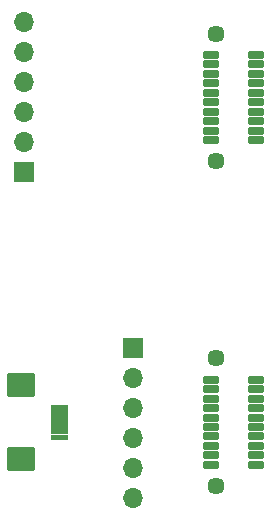
<source format=gbr>
%TF.GenerationSoftware,KiCad,Pcbnew,8.0.3*%
%TF.CreationDate,2024-07-26T09:17:15-04:00*%
%TF.ProjectId,touch_adaptor,746f7563-685f-4616-9461-70746f722e6b,rev?*%
%TF.SameCoordinates,Original*%
%TF.FileFunction,Soldermask,Top*%
%TF.FilePolarity,Negative*%
%FSLAX46Y46*%
G04 Gerber Fmt 4.6, Leading zero omitted, Abs format (unit mm)*
G04 Created by KiCad (PCBNEW 8.0.3) date 2024-07-26 09:17:15*
%MOMM*%
%LPD*%
G01*
G04 APERTURE LIST*
G04 Aperture macros list*
%AMRoundRect*
0 Rectangle with rounded corners*
0 $1 Rounding radius*
0 $2 $3 $4 $5 $6 $7 $8 $9 X,Y pos of 4 corners*
0 Add a 4 corners polygon primitive as box body*
4,1,4,$2,$3,$4,$5,$6,$7,$8,$9,$2,$3,0*
0 Add four circle primitives for the rounded corners*
1,1,$1+$1,$2,$3*
1,1,$1+$1,$4,$5*
1,1,$1+$1,$6,$7*
1,1,$1+$1,$8,$9*
0 Add four rect primitives between the rounded corners*
20,1,$1+$1,$2,$3,$4,$5,0*
20,1,$1+$1,$4,$5,$6,$7,0*
20,1,$1+$1,$6,$7,$8,$9,0*
20,1,$1+$1,$8,$9,$2,$3,0*%
G04 Aperture macros list end*
%ADD10C,0.010000*%
%ADD11C,1.450000*%
%ADD12RoundRect,0.102000X-0.550000X0.250000X-0.550000X-0.250000X0.550000X-0.250000X0.550000X0.250000X0*%
%ADD13R,1.700000X1.700000*%
%ADD14O,1.700000X1.700000*%
%ADD15RoundRect,0.102000X-1.100000X0.900000X-1.100000X-0.900000X1.100000X-0.900000X1.100000X0.900000X0*%
G04 APERTURE END LIST*
D10*
%TO.C,J1*%
X106950000Y-86450000D02*
X105550000Y-86450000D01*
X105550000Y-86050000D01*
X106950000Y-86050000D01*
X106950000Y-86450000D01*
G36*
X106950000Y-86450000D02*
G01*
X105550000Y-86450000D01*
X105550000Y-86050000D01*
X106950000Y-86050000D01*
X106950000Y-86450000D01*
G37*
X106950000Y-86950000D02*
X105550000Y-86950000D01*
X105550000Y-86550000D01*
X106950000Y-86550000D01*
X106950000Y-86950000D01*
G36*
X106950000Y-86950000D02*
G01*
X105550000Y-86950000D01*
X105550000Y-86550000D01*
X106950000Y-86550000D01*
X106950000Y-86950000D01*
G37*
X106950000Y-87450000D02*
X105550000Y-87450000D01*
X105550000Y-87050000D01*
X106950000Y-87050000D01*
X106950000Y-87450000D01*
G36*
X106950000Y-87450000D02*
G01*
X105550000Y-87450000D01*
X105550000Y-87050000D01*
X106950000Y-87050000D01*
X106950000Y-87450000D01*
G37*
X106950000Y-87950000D02*
X105550000Y-87950000D01*
X105550000Y-87550000D01*
X106950000Y-87550000D01*
X106950000Y-87950000D01*
G36*
X106950000Y-87950000D02*
G01*
X105550000Y-87950000D01*
X105550000Y-87550000D01*
X106950000Y-87550000D01*
X106950000Y-87950000D01*
G37*
X106950000Y-88450000D02*
X105550000Y-88450000D01*
X105550000Y-88050000D01*
X106950000Y-88050000D01*
X106950000Y-88450000D01*
G36*
X106950000Y-88450000D02*
G01*
X105550000Y-88450000D01*
X105550000Y-88050000D01*
X106950000Y-88050000D01*
X106950000Y-88450000D01*
G37*
X106950000Y-88950000D02*
X105550000Y-88950000D01*
X105550000Y-88550000D01*
X106950000Y-88550000D01*
X106950000Y-88950000D01*
G36*
X106950000Y-88950000D02*
G01*
X105550000Y-88950000D01*
X105550000Y-88550000D01*
X106950000Y-88550000D01*
X106950000Y-88950000D01*
G37*
%TD*%
D11*
%TO.C,J3*%
X119500000Y-54600000D03*
X119500000Y-65400000D03*
D12*
X122900000Y-56400000D03*
X119100000Y-56400000D03*
X122900000Y-57200000D03*
X119100000Y-57200000D03*
X122900000Y-58000000D03*
X119100000Y-58000000D03*
X122900000Y-58800000D03*
X119100000Y-58800000D03*
X122900000Y-59600000D03*
X119100000Y-59600000D03*
X122900000Y-60400000D03*
X119100000Y-60400000D03*
X122900000Y-61200000D03*
X119100000Y-61200000D03*
X122900000Y-62000000D03*
X119100000Y-62000000D03*
X122900000Y-62800000D03*
X119100000Y-62800000D03*
X122900000Y-63600000D03*
X119100000Y-63600000D03*
%TD*%
D11*
%TO.C,J4*%
X119500000Y-82100000D03*
X119500000Y-92900000D03*
D12*
X122900000Y-83900000D03*
X119100000Y-83900000D03*
X122900000Y-84700000D03*
X119100000Y-84700000D03*
X122900000Y-85500000D03*
X119100000Y-85500000D03*
X122900000Y-86300000D03*
X119100000Y-86300000D03*
X122900000Y-87100000D03*
X119100000Y-87100000D03*
X122900000Y-87900000D03*
X119100000Y-87900000D03*
X122900000Y-88700000D03*
X119100000Y-88700000D03*
X122900000Y-89500000D03*
X119100000Y-89500000D03*
X122900000Y-90300000D03*
X119100000Y-90300000D03*
X122900000Y-91100000D03*
X119100000Y-91100000D03*
%TD*%
D13*
%TO.C,J5*%
X103250000Y-66350000D03*
D14*
X103250000Y-63810000D03*
X103250000Y-61270000D03*
X103250000Y-58730000D03*
X103250000Y-56190000D03*
X103250000Y-53650000D03*
%TD*%
D15*
%TO.C,J1*%
X103000000Y-84350000D03*
X103000000Y-90650000D03*
%TD*%
D13*
%TO.C,J2*%
X112525000Y-81175000D03*
D14*
X112525000Y-83715000D03*
X112525000Y-86255000D03*
X112525000Y-88795000D03*
X112525000Y-91335000D03*
X112525000Y-93875000D03*
%TD*%
M02*

</source>
